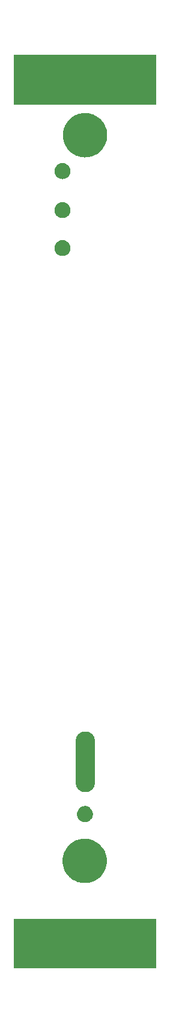
<source format=gbs>
G04 Layer: BottomSolderMaskLayer*
G04 EasyEDA v6.5.34, 2023-08-21 18:11:39*
G04 f96fbce58fd94eb08820de504881ded1,5a6b42c53f6a479593ecc07194224c93,10*
G04 Gerber Generator version 0.2*
G04 Scale: 100 percent, Rotated: No, Reflected: No *
G04 Dimensions in millimeters *
G04 leading zeros omitted , absolute positions ,4 integer and 5 decimal *
%FSLAX45Y45*%
%MOMM*%

%ADD10O,6.6032126X3.4031936000000003*%
%ADD11O,2.7631898X8.543188400000002*%

%LPD*%
G36*
X999286Y12034672D02*
G01*
X983335Y12034062D01*
X967435Y12032640D01*
X951636Y12030405D01*
X935939Y12027357D01*
X920445Y12023496D01*
X912774Y12021312D01*
X897585Y12016282D01*
X882700Y12010491D01*
X868121Y12003989D01*
X853897Y11996724D01*
X840079Y11988698D01*
X826668Y11980062D01*
X813714Y11970664D01*
X801268Y11960656D01*
X789381Y11950039D01*
X778002Y11938812D01*
X772515Y11933021D01*
X762050Y11920931D01*
X752195Y11908383D01*
X743000Y11895328D01*
X734517Y11881815D01*
X726694Y11867845D01*
X719632Y11853519D01*
X716330Y11846255D01*
X710387Y11831421D01*
X705154Y11816334D01*
X700735Y11800992D01*
X698804Y11793270D01*
X695604Y11777624D01*
X693166Y11761825D01*
X691540Y11745925D01*
X690727Y11729974D01*
X690727Y11714022D01*
X691540Y11698071D01*
X693166Y11682171D01*
X695604Y11666372D01*
X698804Y11650726D01*
X702868Y11635282D01*
X707694Y11620042D01*
X713282Y11605107D01*
X719632Y11590426D01*
X726694Y11576151D01*
X734517Y11562181D01*
X743000Y11548668D01*
X752195Y11535613D01*
X762050Y11523065D01*
X772515Y11510975D01*
X783590Y11499494D01*
X795274Y11488572D01*
X801268Y11483289D01*
X813714Y11473332D01*
X826668Y11463934D01*
X840079Y11455247D01*
X853897Y11447272D01*
X868121Y11440007D01*
X882700Y11433505D01*
X897585Y11427714D01*
X912774Y11422684D01*
X920445Y11420449D01*
X935939Y11416639D01*
X951636Y11413591D01*
X967435Y11411356D01*
X983335Y11409934D01*
X999286Y11409324D01*
X1015288Y11409527D01*
X1031240Y11410543D01*
X1047089Y11412372D01*
X1062837Y11415014D01*
X1078433Y11418468D01*
X1086154Y11420449D01*
X1101445Y11425123D01*
X1116482Y11430508D01*
X1131214Y11436654D01*
X1145641Y11443563D01*
X1159662Y11451183D01*
X1173276Y11459514D01*
X1186434Y11468557D01*
X1199134Y11478209D01*
X1205331Y11483289D01*
X1217218Y11493957D01*
X1228598Y11505184D01*
X1234084Y11510975D01*
X1244549Y11523065D01*
X1254404Y11535613D01*
X1263599Y11548668D01*
X1272082Y11562181D01*
X1279906Y11576151D01*
X1286967Y11590426D01*
X1293317Y11605107D01*
X1298905Y11620042D01*
X1303731Y11635282D01*
X1307795Y11650726D01*
X1310995Y11666372D01*
X1313434Y11682171D01*
X1315059Y11698071D01*
X1315872Y11714022D01*
X1315872Y11729974D01*
X1315059Y11745925D01*
X1313434Y11761825D01*
X1310995Y11777624D01*
X1307795Y11793270D01*
X1303731Y11808714D01*
X1301445Y11816334D01*
X1296212Y11831421D01*
X1290269Y11846255D01*
X1283512Y11860733D01*
X1276096Y11874855D01*
X1267917Y11888622D01*
X1259078Y11901881D01*
X1249527Y11914733D01*
X1239367Y11927027D01*
X1234084Y11933021D01*
X1223010Y11944502D01*
X1211326Y11955424D01*
X1199134Y11965736D01*
X1186434Y11975439D01*
X1173276Y11984482D01*
X1159662Y11992813D01*
X1145641Y12000433D01*
X1131214Y12007342D01*
X1116482Y12013488D01*
X1101445Y12018873D01*
X1093825Y12021312D01*
X1078433Y12025528D01*
X1062837Y12028982D01*
X1047089Y12031624D01*
X1031240Y12033453D01*
X1015288Y12034469D01*
G37*
G36*
X994511Y1823974D02*
G01*
X978560Y1823364D01*
X962660Y1821942D01*
X946810Y1819706D01*
X931164Y1816658D01*
X915619Y1812798D01*
X907948Y1810613D01*
X892810Y1805584D01*
X877925Y1799793D01*
X863346Y1793290D01*
X849121Y1786026D01*
X835304Y1778000D01*
X821893Y1769364D01*
X808939Y1759966D01*
X796493Y1750009D01*
X784555Y1739341D01*
X773176Y1728114D01*
X762406Y1716328D01*
X752246Y1704035D01*
X742746Y1691182D01*
X733856Y1677924D01*
X725728Y1664157D01*
X718261Y1650034D01*
X711555Y1635556D01*
X705561Y1620723D01*
X700379Y1605635D01*
X698042Y1598015D01*
X694029Y1582572D01*
X690778Y1566926D01*
X688340Y1551127D01*
X686714Y1535226D01*
X685901Y1519275D01*
X685901Y1503324D01*
X686714Y1487373D01*
X688340Y1471472D01*
X690778Y1455674D01*
X694029Y1440027D01*
X698042Y1424584D01*
X702868Y1409344D01*
X708456Y1394409D01*
X714806Y1379728D01*
X721918Y1365453D01*
X729691Y1351483D01*
X738225Y1337970D01*
X747420Y1324914D01*
X757275Y1312367D01*
X767740Y1300276D01*
X778814Y1288796D01*
X790448Y1277874D01*
X802640Y1267510D01*
X815340Y1257858D01*
X828548Y1248816D01*
X842162Y1240485D01*
X856183Y1232865D01*
X870559Y1225956D01*
X885342Y1219809D01*
X900328Y1214424D01*
X907948Y1211986D01*
X923391Y1207770D01*
X938987Y1204315D01*
X954735Y1201674D01*
X970584Y1199845D01*
X986536Y1198829D01*
X1002487Y1198626D01*
X1018438Y1199235D01*
X1034338Y1200658D01*
X1050188Y1202893D01*
X1065834Y1205941D01*
X1081379Y1209802D01*
X1089050Y1211986D01*
X1104188Y1217015D01*
X1119073Y1222806D01*
X1133652Y1229309D01*
X1147876Y1236573D01*
X1161694Y1244600D01*
X1175105Y1253236D01*
X1188059Y1262634D01*
X1200505Y1272590D01*
X1212443Y1283258D01*
X1223822Y1294485D01*
X1234592Y1306271D01*
X1244752Y1318564D01*
X1254252Y1331417D01*
X1263142Y1344676D01*
X1271270Y1358442D01*
X1278737Y1372565D01*
X1285443Y1387043D01*
X1291437Y1401876D01*
X1296619Y1416964D01*
X1298956Y1424584D01*
X1302969Y1440027D01*
X1306220Y1455674D01*
X1308658Y1471472D01*
X1310284Y1487373D01*
X1311097Y1503324D01*
X1311097Y1519275D01*
X1310284Y1535226D01*
X1308658Y1551127D01*
X1306220Y1566926D01*
X1302969Y1582572D01*
X1298956Y1598015D01*
X1294130Y1613255D01*
X1288542Y1628190D01*
X1282192Y1642872D01*
X1275080Y1657146D01*
X1267307Y1671116D01*
X1258773Y1684629D01*
X1249578Y1697685D01*
X1239723Y1710232D01*
X1229258Y1722323D01*
X1218184Y1733804D01*
X1206550Y1744725D01*
X1194358Y1755089D01*
X1181658Y1764741D01*
X1168450Y1773783D01*
X1154836Y1782114D01*
X1140815Y1789734D01*
X1126439Y1796643D01*
X1111656Y1802790D01*
X1096670Y1808175D01*
X1089050Y1810613D01*
X1073607Y1814830D01*
X1058011Y1818284D01*
X1042263Y1820925D01*
X1026414Y1822754D01*
X1010462Y1823770D01*
G37*
G36*
X681786Y11329873D02*
G01*
X672084Y11329263D01*
X662533Y11327790D01*
X653084Y11325555D01*
X643890Y11322456D01*
X635000Y11318595D01*
X626465Y11314023D01*
X618337Y11308689D01*
X610717Y11302695D01*
X603656Y11296040D01*
X597154Y11288826D01*
X591362Y11281105D01*
X586181Y11272875D01*
X581761Y11264239D01*
X578104Y11255248D01*
X575259Y11246002D01*
X574090Y11241278D01*
X572414Y11231727D01*
X571601Y11222075D01*
X571601Y11212372D01*
X572414Y11202720D01*
X574090Y11193170D01*
X576580Y11183772D01*
X579831Y11174628D01*
X583895Y11165840D01*
X588670Y11157407D01*
X594156Y11149431D01*
X600354Y11141913D01*
X607110Y11135004D01*
X614476Y11128654D01*
X622350Y11123015D01*
X630682Y11118037D01*
X639419Y11113820D01*
X648462Y11110315D01*
X657758Y11107674D01*
X667308Y11105794D01*
X676910Y11104778D01*
X686612Y11104524D01*
X696315Y11105184D01*
X705866Y11106607D01*
X715314Y11108893D01*
X719937Y11110315D01*
X728980Y11113820D01*
X737717Y11118037D01*
X746048Y11123015D01*
X753922Y11128654D01*
X761288Y11135004D01*
X768045Y11141913D01*
X774242Y11149431D01*
X779729Y11157407D01*
X784504Y11165840D01*
X788568Y11174628D01*
X791819Y11183772D01*
X794308Y11193170D01*
X795985Y11202720D01*
X796798Y11212372D01*
X796798Y11222075D01*
X795985Y11231727D01*
X794308Y11241278D01*
X791819Y11250676D01*
X788568Y11259769D01*
X784504Y11268608D01*
X779729Y11277041D01*
X774242Y11285016D01*
X768045Y11292484D01*
X761288Y11299444D01*
X753922Y11305743D01*
X746048Y11311432D01*
X737717Y11316411D01*
X728980Y11320627D01*
X719937Y11324082D01*
X715314Y11325555D01*
X705866Y11327790D01*
X696315Y11329263D01*
X686612Y11329873D01*
G37*
G36*
X681786Y10782198D02*
G01*
X672084Y10781588D01*
X662533Y10780115D01*
X657758Y10779099D01*
X648462Y10776407D01*
X639419Y10772952D01*
X630682Y10768685D01*
X622350Y10763707D01*
X614476Y10758068D01*
X607110Y10751718D01*
X600354Y10744809D01*
X594156Y10737342D01*
X588670Y10729315D01*
X583895Y10720882D01*
X579831Y10712094D01*
X576580Y10702950D01*
X574090Y10693603D01*
X572414Y10684052D01*
X571601Y10674350D01*
X571601Y10664647D01*
X572414Y10654995D01*
X574090Y10645444D01*
X576580Y10636097D01*
X579831Y10626953D01*
X583895Y10618114D01*
X588670Y10609681D01*
X594156Y10601706D01*
X600354Y10594238D01*
X607110Y10587278D01*
X614476Y10580979D01*
X622350Y10575290D01*
X630682Y10570362D01*
X639419Y10566095D01*
X648462Y10562640D01*
X657758Y10559948D01*
X667308Y10558119D01*
X672084Y10557459D01*
X681786Y10556849D01*
X691489Y10557052D01*
X696315Y10557459D01*
X705866Y10558932D01*
X710641Y10559948D01*
X719937Y10562640D01*
X728980Y10566095D01*
X737717Y10570362D01*
X746048Y10575290D01*
X753922Y10580979D01*
X761288Y10587278D01*
X768045Y10594238D01*
X774242Y10601706D01*
X779729Y10609681D01*
X784504Y10618114D01*
X788568Y10626953D01*
X791819Y10636097D01*
X794308Y10645444D01*
X795985Y10654995D01*
X796798Y10664647D01*
X796798Y10674350D01*
X795985Y10684052D01*
X794308Y10693603D01*
X791819Y10702950D01*
X788568Y10712094D01*
X784504Y10720882D01*
X779729Y10729315D01*
X774242Y10737342D01*
X768045Y10744809D01*
X761288Y10751718D01*
X753922Y10758068D01*
X746048Y10763707D01*
X737717Y10768685D01*
X728980Y10772952D01*
X719937Y10776407D01*
X710641Y10779099D01*
X701090Y10780928D01*
X696315Y10781588D01*
X686612Y10782198D01*
G37*
G36*
X681786Y10247172D02*
G01*
X672084Y10246563D01*
X662533Y10245090D01*
X657758Y10244074D01*
X648462Y10241381D01*
X639419Y10237927D01*
X630682Y10233660D01*
X622350Y10228732D01*
X614476Y10223042D01*
X607110Y10216743D01*
X600354Y10209784D01*
X594156Y10202316D01*
X588670Y10194290D01*
X583895Y10185857D01*
X579831Y10177068D01*
X576580Y10167924D01*
X574090Y10158577D01*
X572414Y10149027D01*
X571601Y10139324D01*
X571601Y10129672D01*
X572414Y10119969D01*
X574090Y10110419D01*
X576580Y10101072D01*
X579831Y10091928D01*
X583895Y10083139D01*
X588670Y10074706D01*
X594156Y10066680D01*
X600354Y10059212D01*
X607110Y10052253D01*
X614476Y10045954D01*
X622350Y10040264D01*
X630682Y10035336D01*
X639419Y10031069D01*
X648462Y10027615D01*
X657758Y10024922D01*
X667308Y10023094D01*
X672084Y10022433D01*
X681786Y10021824D01*
X691489Y10022027D01*
X696315Y10022433D01*
X705866Y10023906D01*
X710641Y10024922D01*
X719937Y10027615D01*
X728980Y10031069D01*
X737717Y10035336D01*
X746048Y10040264D01*
X753922Y10045954D01*
X761288Y10052253D01*
X768045Y10059212D01*
X774242Y10066680D01*
X779729Y10074706D01*
X784504Y10083139D01*
X788568Y10091928D01*
X791819Y10101072D01*
X794308Y10110419D01*
X795985Y10119969D01*
X796798Y10129672D01*
X796798Y10139324D01*
X795985Y10149027D01*
X794308Y10158577D01*
X791819Y10167924D01*
X788568Y10177068D01*
X784504Y10185857D01*
X779729Y10194290D01*
X774242Y10202316D01*
X768045Y10209784D01*
X761288Y10216743D01*
X753922Y10223042D01*
X746048Y10228732D01*
X737717Y10233660D01*
X728980Y10237927D01*
X719937Y10241381D01*
X710641Y10244074D01*
X701090Y10245902D01*
X696315Y10246563D01*
X686612Y10247172D01*
G37*
G36*
X999286Y2284374D02*
G01*
X989584Y2283764D01*
X980033Y2282291D01*
X975258Y2281275D01*
X965962Y2278583D01*
X956919Y2275128D01*
X948182Y2270861D01*
X939850Y2265883D01*
X931976Y2260244D01*
X924610Y2253894D01*
X917854Y2246985D01*
X911656Y2239518D01*
X906170Y2231491D01*
X901395Y2223058D01*
X897331Y2214270D01*
X894080Y2205126D01*
X891590Y2195779D01*
X889914Y2186228D01*
X889101Y2176526D01*
X889101Y2166823D01*
X889914Y2157171D01*
X891590Y2147620D01*
X894080Y2138273D01*
X897331Y2129129D01*
X901395Y2120290D01*
X906170Y2111857D01*
X911656Y2103882D01*
X917854Y2096414D01*
X924610Y2089454D01*
X931976Y2083155D01*
X939850Y2077466D01*
X948182Y2072538D01*
X956919Y2068271D01*
X965962Y2064816D01*
X975258Y2062124D01*
X984808Y2060295D01*
X989584Y2059635D01*
X999286Y2059025D01*
X1008989Y2059228D01*
X1013815Y2059635D01*
X1023366Y2061108D01*
X1028141Y2062124D01*
X1037437Y2064816D01*
X1046480Y2068271D01*
X1055217Y2072538D01*
X1063548Y2077466D01*
X1071422Y2083155D01*
X1078788Y2089454D01*
X1085545Y2096414D01*
X1091742Y2103882D01*
X1097229Y2111857D01*
X1102004Y2120290D01*
X1106068Y2129129D01*
X1109319Y2138273D01*
X1111808Y2147620D01*
X1113485Y2157171D01*
X1114298Y2166823D01*
X1114298Y2176526D01*
X1113485Y2186228D01*
X1111808Y2195779D01*
X1109319Y2205126D01*
X1106068Y2214270D01*
X1102004Y2223058D01*
X1097229Y2231491D01*
X1091742Y2239518D01*
X1085545Y2246985D01*
X1078788Y2253894D01*
X1071422Y2260244D01*
X1063548Y2265883D01*
X1055217Y2270861D01*
X1046480Y2275128D01*
X1037437Y2278583D01*
X1028141Y2281275D01*
X1018590Y2283104D01*
X1013815Y2283764D01*
X1004112Y2284374D01*
G37*
D10*
G01*
X1498600Y330200D03*
G01*
X508000Y12573000D03*
D11*
G01*
X1003300Y2908300D03*
G36*
X0Y12852400D02*
G01*
X2008708Y12852400D01*
X2008708Y12153900D01*
X0Y12153900D01*
G37*
G36*
X0Y698500D02*
G01*
X2008708Y698500D01*
X2008708Y0D01*
X0Y0D01*
G37*
M02*

</source>
